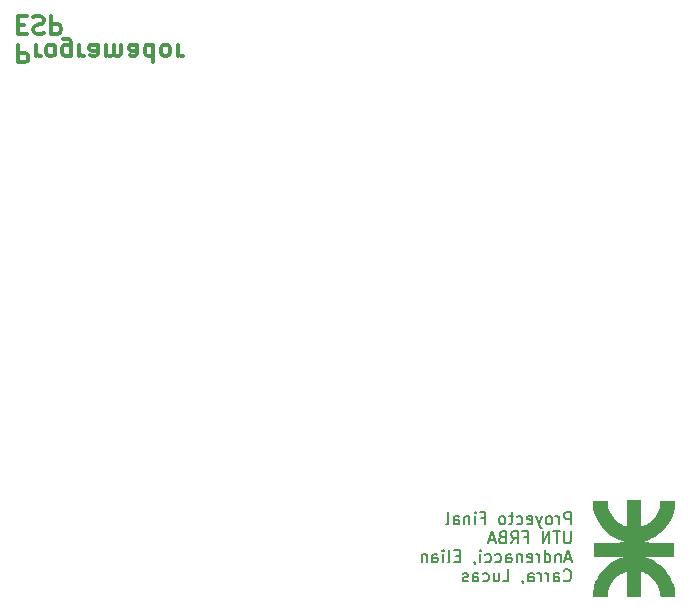
<source format=gbr>
%TF.GenerationSoftware,KiCad,Pcbnew,9.0.3*%
%TF.CreationDate,2025-08-30T18:08:08-03:00*%
%TF.ProjectId,PCB_Integradora,5043425f-496e-4746-9567-7261646f7261,rev?*%
%TF.SameCoordinates,Original*%
%TF.FileFunction,Legend,Bot*%
%TF.FilePolarity,Positive*%
%FSLAX46Y46*%
G04 Gerber Fmt 4.6, Leading zero omitted, Abs format (unit mm)*
G04 Created by KiCad (PCBNEW 9.0.3) date 2025-08-30 18:08:08*
%MOMM*%
%LPD*%
G01*
G04 APERTURE LIST*
%ADD10C,0.300000*%
%ADD11C,0.150000*%
%ADD12C,0.000000*%
G04 APERTURE END LIST*
D10*
X70264910Y-63093687D02*
X70264910Y-64593687D01*
X70264910Y-64593687D02*
X70836339Y-64593687D01*
X70836339Y-64593687D02*
X70979196Y-64522258D01*
X70979196Y-64522258D02*
X71050625Y-64450830D01*
X71050625Y-64450830D02*
X71122053Y-64307973D01*
X71122053Y-64307973D02*
X71122053Y-64093687D01*
X71122053Y-64093687D02*
X71050625Y-63950830D01*
X71050625Y-63950830D02*
X70979196Y-63879401D01*
X70979196Y-63879401D02*
X70836339Y-63807973D01*
X70836339Y-63807973D02*
X70264910Y-63807973D01*
X71764910Y-63093687D02*
X71764910Y-64093687D01*
X71764910Y-63807973D02*
X71836339Y-63950830D01*
X71836339Y-63950830D02*
X71907768Y-64022258D01*
X71907768Y-64022258D02*
X72050625Y-64093687D01*
X72050625Y-64093687D02*
X72193482Y-64093687D01*
X72907767Y-63093687D02*
X72764910Y-63165116D01*
X72764910Y-63165116D02*
X72693481Y-63236544D01*
X72693481Y-63236544D02*
X72622053Y-63379401D01*
X72622053Y-63379401D02*
X72622053Y-63807973D01*
X72622053Y-63807973D02*
X72693481Y-63950830D01*
X72693481Y-63950830D02*
X72764910Y-64022258D01*
X72764910Y-64022258D02*
X72907767Y-64093687D01*
X72907767Y-64093687D02*
X73122053Y-64093687D01*
X73122053Y-64093687D02*
X73264910Y-64022258D01*
X73264910Y-64022258D02*
X73336339Y-63950830D01*
X73336339Y-63950830D02*
X73407767Y-63807973D01*
X73407767Y-63807973D02*
X73407767Y-63379401D01*
X73407767Y-63379401D02*
X73336339Y-63236544D01*
X73336339Y-63236544D02*
X73264910Y-63165116D01*
X73264910Y-63165116D02*
X73122053Y-63093687D01*
X73122053Y-63093687D02*
X72907767Y-63093687D01*
X74693482Y-64093687D02*
X74693482Y-62879401D01*
X74693482Y-62879401D02*
X74622053Y-62736544D01*
X74622053Y-62736544D02*
X74550624Y-62665116D01*
X74550624Y-62665116D02*
X74407767Y-62593687D01*
X74407767Y-62593687D02*
X74193482Y-62593687D01*
X74193482Y-62593687D02*
X74050624Y-62665116D01*
X74693482Y-63165116D02*
X74550624Y-63093687D01*
X74550624Y-63093687D02*
X74264910Y-63093687D01*
X74264910Y-63093687D02*
X74122053Y-63165116D01*
X74122053Y-63165116D02*
X74050624Y-63236544D01*
X74050624Y-63236544D02*
X73979196Y-63379401D01*
X73979196Y-63379401D02*
X73979196Y-63807973D01*
X73979196Y-63807973D02*
X74050624Y-63950830D01*
X74050624Y-63950830D02*
X74122053Y-64022258D01*
X74122053Y-64022258D02*
X74264910Y-64093687D01*
X74264910Y-64093687D02*
X74550624Y-64093687D01*
X74550624Y-64093687D02*
X74693482Y-64022258D01*
X75407767Y-63093687D02*
X75407767Y-64093687D01*
X75407767Y-63807973D02*
X75479196Y-63950830D01*
X75479196Y-63950830D02*
X75550625Y-64022258D01*
X75550625Y-64022258D02*
X75693482Y-64093687D01*
X75693482Y-64093687D02*
X75836339Y-64093687D01*
X76979196Y-63093687D02*
X76979196Y-63879401D01*
X76979196Y-63879401D02*
X76907767Y-64022258D01*
X76907767Y-64022258D02*
X76764910Y-64093687D01*
X76764910Y-64093687D02*
X76479196Y-64093687D01*
X76479196Y-64093687D02*
X76336338Y-64022258D01*
X76979196Y-63165116D02*
X76836338Y-63093687D01*
X76836338Y-63093687D02*
X76479196Y-63093687D01*
X76479196Y-63093687D02*
X76336338Y-63165116D01*
X76336338Y-63165116D02*
X76264910Y-63307973D01*
X76264910Y-63307973D02*
X76264910Y-63450830D01*
X76264910Y-63450830D02*
X76336338Y-63593687D01*
X76336338Y-63593687D02*
X76479196Y-63665116D01*
X76479196Y-63665116D02*
X76836338Y-63665116D01*
X76836338Y-63665116D02*
X76979196Y-63736544D01*
X77693481Y-63093687D02*
X77693481Y-64093687D01*
X77693481Y-63950830D02*
X77764910Y-64022258D01*
X77764910Y-64022258D02*
X77907767Y-64093687D01*
X77907767Y-64093687D02*
X78122053Y-64093687D01*
X78122053Y-64093687D02*
X78264910Y-64022258D01*
X78264910Y-64022258D02*
X78336339Y-63879401D01*
X78336339Y-63879401D02*
X78336339Y-63093687D01*
X78336339Y-63879401D02*
X78407767Y-64022258D01*
X78407767Y-64022258D02*
X78550624Y-64093687D01*
X78550624Y-64093687D02*
X78764910Y-64093687D01*
X78764910Y-64093687D02*
X78907767Y-64022258D01*
X78907767Y-64022258D02*
X78979196Y-63879401D01*
X78979196Y-63879401D02*
X78979196Y-63093687D01*
X80336339Y-63093687D02*
X80336339Y-63879401D01*
X80336339Y-63879401D02*
X80264910Y-64022258D01*
X80264910Y-64022258D02*
X80122053Y-64093687D01*
X80122053Y-64093687D02*
X79836339Y-64093687D01*
X79836339Y-64093687D02*
X79693481Y-64022258D01*
X80336339Y-63165116D02*
X80193481Y-63093687D01*
X80193481Y-63093687D02*
X79836339Y-63093687D01*
X79836339Y-63093687D02*
X79693481Y-63165116D01*
X79693481Y-63165116D02*
X79622053Y-63307973D01*
X79622053Y-63307973D02*
X79622053Y-63450830D01*
X79622053Y-63450830D02*
X79693481Y-63593687D01*
X79693481Y-63593687D02*
X79836339Y-63665116D01*
X79836339Y-63665116D02*
X80193481Y-63665116D01*
X80193481Y-63665116D02*
X80336339Y-63736544D01*
X81693482Y-63093687D02*
X81693482Y-64593687D01*
X81693482Y-63165116D02*
X81550624Y-63093687D01*
X81550624Y-63093687D02*
X81264910Y-63093687D01*
X81264910Y-63093687D02*
X81122053Y-63165116D01*
X81122053Y-63165116D02*
X81050624Y-63236544D01*
X81050624Y-63236544D02*
X80979196Y-63379401D01*
X80979196Y-63379401D02*
X80979196Y-63807973D01*
X80979196Y-63807973D02*
X81050624Y-63950830D01*
X81050624Y-63950830D02*
X81122053Y-64022258D01*
X81122053Y-64022258D02*
X81264910Y-64093687D01*
X81264910Y-64093687D02*
X81550624Y-64093687D01*
X81550624Y-64093687D02*
X81693482Y-64022258D01*
X82622053Y-63093687D02*
X82479196Y-63165116D01*
X82479196Y-63165116D02*
X82407767Y-63236544D01*
X82407767Y-63236544D02*
X82336339Y-63379401D01*
X82336339Y-63379401D02*
X82336339Y-63807973D01*
X82336339Y-63807973D02*
X82407767Y-63950830D01*
X82407767Y-63950830D02*
X82479196Y-64022258D01*
X82479196Y-64022258D02*
X82622053Y-64093687D01*
X82622053Y-64093687D02*
X82836339Y-64093687D01*
X82836339Y-64093687D02*
X82979196Y-64022258D01*
X82979196Y-64022258D02*
X83050625Y-63950830D01*
X83050625Y-63950830D02*
X83122053Y-63807973D01*
X83122053Y-63807973D02*
X83122053Y-63379401D01*
X83122053Y-63379401D02*
X83050625Y-63236544D01*
X83050625Y-63236544D02*
X82979196Y-63165116D01*
X82979196Y-63165116D02*
X82836339Y-63093687D01*
X82836339Y-63093687D02*
X82622053Y-63093687D01*
X83764910Y-63093687D02*
X83764910Y-64093687D01*
X83764910Y-63807973D02*
X83836339Y-63950830D01*
X83836339Y-63950830D02*
X83907768Y-64022258D01*
X83907768Y-64022258D02*
X84050625Y-64093687D01*
X84050625Y-64093687D02*
X84193482Y-64093687D01*
X70264910Y-61464485D02*
X70764910Y-61464485D01*
X70979196Y-60678771D02*
X70264910Y-60678771D01*
X70264910Y-60678771D02*
X70264910Y-62178771D01*
X70264910Y-62178771D02*
X70979196Y-62178771D01*
X71550625Y-60750200D02*
X71764911Y-60678771D01*
X71764911Y-60678771D02*
X72122053Y-60678771D01*
X72122053Y-60678771D02*
X72264911Y-60750200D01*
X72264911Y-60750200D02*
X72336339Y-60821628D01*
X72336339Y-60821628D02*
X72407768Y-60964485D01*
X72407768Y-60964485D02*
X72407768Y-61107342D01*
X72407768Y-61107342D02*
X72336339Y-61250200D01*
X72336339Y-61250200D02*
X72264911Y-61321628D01*
X72264911Y-61321628D02*
X72122053Y-61393057D01*
X72122053Y-61393057D02*
X71836339Y-61464485D01*
X71836339Y-61464485D02*
X71693482Y-61535914D01*
X71693482Y-61535914D02*
X71622053Y-61607342D01*
X71622053Y-61607342D02*
X71550625Y-61750200D01*
X71550625Y-61750200D02*
X71550625Y-61893057D01*
X71550625Y-61893057D02*
X71622053Y-62035914D01*
X71622053Y-62035914D02*
X71693482Y-62107342D01*
X71693482Y-62107342D02*
X71836339Y-62178771D01*
X71836339Y-62178771D02*
X72193482Y-62178771D01*
X72193482Y-62178771D02*
X72407768Y-62107342D01*
X73050624Y-60678771D02*
X73050624Y-62178771D01*
X73050624Y-62178771D02*
X73622053Y-62178771D01*
X73622053Y-62178771D02*
X73764910Y-62107342D01*
X73764910Y-62107342D02*
X73836339Y-62035914D01*
X73836339Y-62035914D02*
X73907767Y-61893057D01*
X73907767Y-61893057D02*
X73907767Y-61678771D01*
X73907767Y-61678771D02*
X73836339Y-61535914D01*
X73836339Y-61535914D02*
X73764910Y-61464485D01*
X73764910Y-61464485D02*
X73622053Y-61393057D01*
X73622053Y-61393057D02*
X73050624Y-61393057D01*
D11*
X117036620Y-103701187D02*
X117036620Y-102701187D01*
X117036620Y-102701187D02*
X116655668Y-102701187D01*
X116655668Y-102701187D02*
X116560430Y-102748806D01*
X116560430Y-102748806D02*
X116512811Y-102796425D01*
X116512811Y-102796425D02*
X116465192Y-102891663D01*
X116465192Y-102891663D02*
X116465192Y-103034520D01*
X116465192Y-103034520D02*
X116512811Y-103129758D01*
X116512811Y-103129758D02*
X116560430Y-103177377D01*
X116560430Y-103177377D02*
X116655668Y-103224996D01*
X116655668Y-103224996D02*
X117036620Y-103224996D01*
X116036620Y-103701187D02*
X116036620Y-103034520D01*
X116036620Y-103224996D02*
X115989001Y-103129758D01*
X115989001Y-103129758D02*
X115941382Y-103082139D01*
X115941382Y-103082139D02*
X115846144Y-103034520D01*
X115846144Y-103034520D02*
X115750906Y-103034520D01*
X115274715Y-103701187D02*
X115369953Y-103653568D01*
X115369953Y-103653568D02*
X115417572Y-103605948D01*
X115417572Y-103605948D02*
X115465191Y-103510710D01*
X115465191Y-103510710D02*
X115465191Y-103224996D01*
X115465191Y-103224996D02*
X115417572Y-103129758D01*
X115417572Y-103129758D02*
X115369953Y-103082139D01*
X115369953Y-103082139D02*
X115274715Y-103034520D01*
X115274715Y-103034520D02*
X115131858Y-103034520D01*
X115131858Y-103034520D02*
X115036620Y-103082139D01*
X115036620Y-103082139D02*
X114989001Y-103129758D01*
X114989001Y-103129758D02*
X114941382Y-103224996D01*
X114941382Y-103224996D02*
X114941382Y-103510710D01*
X114941382Y-103510710D02*
X114989001Y-103605948D01*
X114989001Y-103605948D02*
X115036620Y-103653568D01*
X115036620Y-103653568D02*
X115131858Y-103701187D01*
X115131858Y-103701187D02*
X115274715Y-103701187D01*
X114608048Y-103034520D02*
X114369953Y-103701187D01*
X114131858Y-103034520D02*
X114369953Y-103701187D01*
X114369953Y-103701187D02*
X114465191Y-103939282D01*
X114465191Y-103939282D02*
X114512810Y-103986901D01*
X114512810Y-103986901D02*
X114608048Y-104034520D01*
X113369953Y-103653568D02*
X113465191Y-103701187D01*
X113465191Y-103701187D02*
X113655667Y-103701187D01*
X113655667Y-103701187D02*
X113750905Y-103653568D01*
X113750905Y-103653568D02*
X113798524Y-103558329D01*
X113798524Y-103558329D02*
X113798524Y-103177377D01*
X113798524Y-103177377D02*
X113750905Y-103082139D01*
X113750905Y-103082139D02*
X113655667Y-103034520D01*
X113655667Y-103034520D02*
X113465191Y-103034520D01*
X113465191Y-103034520D02*
X113369953Y-103082139D01*
X113369953Y-103082139D02*
X113322334Y-103177377D01*
X113322334Y-103177377D02*
X113322334Y-103272615D01*
X113322334Y-103272615D02*
X113798524Y-103367853D01*
X112465191Y-103653568D02*
X112560429Y-103701187D01*
X112560429Y-103701187D02*
X112750905Y-103701187D01*
X112750905Y-103701187D02*
X112846143Y-103653568D01*
X112846143Y-103653568D02*
X112893762Y-103605948D01*
X112893762Y-103605948D02*
X112941381Y-103510710D01*
X112941381Y-103510710D02*
X112941381Y-103224996D01*
X112941381Y-103224996D02*
X112893762Y-103129758D01*
X112893762Y-103129758D02*
X112846143Y-103082139D01*
X112846143Y-103082139D02*
X112750905Y-103034520D01*
X112750905Y-103034520D02*
X112560429Y-103034520D01*
X112560429Y-103034520D02*
X112465191Y-103082139D01*
X112179476Y-103034520D02*
X111798524Y-103034520D01*
X112036619Y-102701187D02*
X112036619Y-103558329D01*
X112036619Y-103558329D02*
X111989000Y-103653568D01*
X111989000Y-103653568D02*
X111893762Y-103701187D01*
X111893762Y-103701187D02*
X111798524Y-103701187D01*
X111322333Y-103701187D02*
X111417571Y-103653568D01*
X111417571Y-103653568D02*
X111465190Y-103605948D01*
X111465190Y-103605948D02*
X111512809Y-103510710D01*
X111512809Y-103510710D02*
X111512809Y-103224996D01*
X111512809Y-103224996D02*
X111465190Y-103129758D01*
X111465190Y-103129758D02*
X111417571Y-103082139D01*
X111417571Y-103082139D02*
X111322333Y-103034520D01*
X111322333Y-103034520D02*
X111179476Y-103034520D01*
X111179476Y-103034520D02*
X111084238Y-103082139D01*
X111084238Y-103082139D02*
X111036619Y-103129758D01*
X111036619Y-103129758D02*
X110989000Y-103224996D01*
X110989000Y-103224996D02*
X110989000Y-103510710D01*
X110989000Y-103510710D02*
X111036619Y-103605948D01*
X111036619Y-103605948D02*
X111084238Y-103653568D01*
X111084238Y-103653568D02*
X111179476Y-103701187D01*
X111179476Y-103701187D02*
X111322333Y-103701187D01*
X109465190Y-103177377D02*
X109798523Y-103177377D01*
X109798523Y-103701187D02*
X109798523Y-102701187D01*
X109798523Y-102701187D02*
X109322333Y-102701187D01*
X108941380Y-103701187D02*
X108941380Y-103034520D01*
X108941380Y-102701187D02*
X108988999Y-102748806D01*
X108988999Y-102748806D02*
X108941380Y-102796425D01*
X108941380Y-102796425D02*
X108893761Y-102748806D01*
X108893761Y-102748806D02*
X108941380Y-102701187D01*
X108941380Y-102701187D02*
X108941380Y-102796425D01*
X108465190Y-103034520D02*
X108465190Y-103701187D01*
X108465190Y-103129758D02*
X108417571Y-103082139D01*
X108417571Y-103082139D02*
X108322333Y-103034520D01*
X108322333Y-103034520D02*
X108179476Y-103034520D01*
X108179476Y-103034520D02*
X108084238Y-103082139D01*
X108084238Y-103082139D02*
X108036619Y-103177377D01*
X108036619Y-103177377D02*
X108036619Y-103701187D01*
X107131857Y-103701187D02*
X107131857Y-103177377D01*
X107131857Y-103177377D02*
X107179476Y-103082139D01*
X107179476Y-103082139D02*
X107274714Y-103034520D01*
X107274714Y-103034520D02*
X107465190Y-103034520D01*
X107465190Y-103034520D02*
X107560428Y-103082139D01*
X107131857Y-103653568D02*
X107227095Y-103701187D01*
X107227095Y-103701187D02*
X107465190Y-103701187D01*
X107465190Y-103701187D02*
X107560428Y-103653568D01*
X107560428Y-103653568D02*
X107608047Y-103558329D01*
X107608047Y-103558329D02*
X107608047Y-103463091D01*
X107608047Y-103463091D02*
X107560428Y-103367853D01*
X107560428Y-103367853D02*
X107465190Y-103320234D01*
X107465190Y-103320234D02*
X107227095Y-103320234D01*
X107227095Y-103320234D02*
X107131857Y-103272615D01*
X106512809Y-103701187D02*
X106608047Y-103653568D01*
X106608047Y-103653568D02*
X106655666Y-103558329D01*
X106655666Y-103558329D02*
X106655666Y-102701187D01*
X117036620Y-104311131D02*
X117036620Y-105120654D01*
X117036620Y-105120654D02*
X116989001Y-105215892D01*
X116989001Y-105215892D02*
X116941382Y-105263512D01*
X116941382Y-105263512D02*
X116846144Y-105311131D01*
X116846144Y-105311131D02*
X116655668Y-105311131D01*
X116655668Y-105311131D02*
X116560430Y-105263512D01*
X116560430Y-105263512D02*
X116512811Y-105215892D01*
X116512811Y-105215892D02*
X116465192Y-105120654D01*
X116465192Y-105120654D02*
X116465192Y-104311131D01*
X116131858Y-104311131D02*
X115560430Y-104311131D01*
X115846144Y-105311131D02*
X115846144Y-104311131D01*
X115227096Y-105311131D02*
X115227096Y-104311131D01*
X115227096Y-104311131D02*
X114655668Y-105311131D01*
X114655668Y-105311131D02*
X114655668Y-104311131D01*
X113084239Y-104787321D02*
X113417572Y-104787321D01*
X113417572Y-105311131D02*
X113417572Y-104311131D01*
X113417572Y-104311131D02*
X112941382Y-104311131D01*
X111989001Y-105311131D02*
X112322334Y-104834940D01*
X112560429Y-105311131D02*
X112560429Y-104311131D01*
X112560429Y-104311131D02*
X112179477Y-104311131D01*
X112179477Y-104311131D02*
X112084239Y-104358750D01*
X112084239Y-104358750D02*
X112036620Y-104406369D01*
X112036620Y-104406369D02*
X111989001Y-104501607D01*
X111989001Y-104501607D02*
X111989001Y-104644464D01*
X111989001Y-104644464D02*
X112036620Y-104739702D01*
X112036620Y-104739702D02*
X112084239Y-104787321D01*
X112084239Y-104787321D02*
X112179477Y-104834940D01*
X112179477Y-104834940D02*
X112560429Y-104834940D01*
X111227096Y-104787321D02*
X111084239Y-104834940D01*
X111084239Y-104834940D02*
X111036620Y-104882559D01*
X111036620Y-104882559D02*
X110989001Y-104977797D01*
X110989001Y-104977797D02*
X110989001Y-105120654D01*
X110989001Y-105120654D02*
X111036620Y-105215892D01*
X111036620Y-105215892D02*
X111084239Y-105263512D01*
X111084239Y-105263512D02*
X111179477Y-105311131D01*
X111179477Y-105311131D02*
X111560429Y-105311131D01*
X111560429Y-105311131D02*
X111560429Y-104311131D01*
X111560429Y-104311131D02*
X111227096Y-104311131D01*
X111227096Y-104311131D02*
X111131858Y-104358750D01*
X111131858Y-104358750D02*
X111084239Y-104406369D01*
X111084239Y-104406369D02*
X111036620Y-104501607D01*
X111036620Y-104501607D02*
X111036620Y-104596845D01*
X111036620Y-104596845D02*
X111084239Y-104692083D01*
X111084239Y-104692083D02*
X111131858Y-104739702D01*
X111131858Y-104739702D02*
X111227096Y-104787321D01*
X111227096Y-104787321D02*
X111560429Y-104787321D01*
X110608048Y-105025416D02*
X110131858Y-105025416D01*
X110703286Y-105311131D02*
X110369953Y-104311131D01*
X110369953Y-104311131D02*
X110036620Y-105311131D01*
X117084239Y-106635360D02*
X116608049Y-106635360D01*
X117179477Y-106921075D02*
X116846144Y-105921075D01*
X116846144Y-105921075D02*
X116512811Y-106921075D01*
X116179477Y-106254408D02*
X116179477Y-106921075D01*
X116179477Y-106349646D02*
X116131858Y-106302027D01*
X116131858Y-106302027D02*
X116036620Y-106254408D01*
X116036620Y-106254408D02*
X115893763Y-106254408D01*
X115893763Y-106254408D02*
X115798525Y-106302027D01*
X115798525Y-106302027D02*
X115750906Y-106397265D01*
X115750906Y-106397265D02*
X115750906Y-106921075D01*
X114846144Y-106921075D02*
X114846144Y-105921075D01*
X114846144Y-106873456D02*
X114941382Y-106921075D01*
X114941382Y-106921075D02*
X115131858Y-106921075D01*
X115131858Y-106921075D02*
X115227096Y-106873456D01*
X115227096Y-106873456D02*
X115274715Y-106825836D01*
X115274715Y-106825836D02*
X115322334Y-106730598D01*
X115322334Y-106730598D02*
X115322334Y-106444884D01*
X115322334Y-106444884D02*
X115274715Y-106349646D01*
X115274715Y-106349646D02*
X115227096Y-106302027D01*
X115227096Y-106302027D02*
X115131858Y-106254408D01*
X115131858Y-106254408D02*
X114941382Y-106254408D01*
X114941382Y-106254408D02*
X114846144Y-106302027D01*
X114369953Y-106921075D02*
X114369953Y-106254408D01*
X114369953Y-106444884D02*
X114322334Y-106349646D01*
X114322334Y-106349646D02*
X114274715Y-106302027D01*
X114274715Y-106302027D02*
X114179477Y-106254408D01*
X114179477Y-106254408D02*
X114084239Y-106254408D01*
X113369953Y-106873456D02*
X113465191Y-106921075D01*
X113465191Y-106921075D02*
X113655667Y-106921075D01*
X113655667Y-106921075D02*
X113750905Y-106873456D01*
X113750905Y-106873456D02*
X113798524Y-106778217D01*
X113798524Y-106778217D02*
X113798524Y-106397265D01*
X113798524Y-106397265D02*
X113750905Y-106302027D01*
X113750905Y-106302027D02*
X113655667Y-106254408D01*
X113655667Y-106254408D02*
X113465191Y-106254408D01*
X113465191Y-106254408D02*
X113369953Y-106302027D01*
X113369953Y-106302027D02*
X113322334Y-106397265D01*
X113322334Y-106397265D02*
X113322334Y-106492503D01*
X113322334Y-106492503D02*
X113798524Y-106587741D01*
X112893762Y-106254408D02*
X112893762Y-106921075D01*
X112893762Y-106349646D02*
X112846143Y-106302027D01*
X112846143Y-106302027D02*
X112750905Y-106254408D01*
X112750905Y-106254408D02*
X112608048Y-106254408D01*
X112608048Y-106254408D02*
X112512810Y-106302027D01*
X112512810Y-106302027D02*
X112465191Y-106397265D01*
X112465191Y-106397265D02*
X112465191Y-106921075D01*
X111560429Y-106921075D02*
X111560429Y-106397265D01*
X111560429Y-106397265D02*
X111608048Y-106302027D01*
X111608048Y-106302027D02*
X111703286Y-106254408D01*
X111703286Y-106254408D02*
X111893762Y-106254408D01*
X111893762Y-106254408D02*
X111989000Y-106302027D01*
X111560429Y-106873456D02*
X111655667Y-106921075D01*
X111655667Y-106921075D02*
X111893762Y-106921075D01*
X111893762Y-106921075D02*
X111989000Y-106873456D01*
X111989000Y-106873456D02*
X112036619Y-106778217D01*
X112036619Y-106778217D02*
X112036619Y-106682979D01*
X112036619Y-106682979D02*
X111989000Y-106587741D01*
X111989000Y-106587741D02*
X111893762Y-106540122D01*
X111893762Y-106540122D02*
X111655667Y-106540122D01*
X111655667Y-106540122D02*
X111560429Y-106492503D01*
X110655667Y-106873456D02*
X110750905Y-106921075D01*
X110750905Y-106921075D02*
X110941381Y-106921075D01*
X110941381Y-106921075D02*
X111036619Y-106873456D01*
X111036619Y-106873456D02*
X111084238Y-106825836D01*
X111084238Y-106825836D02*
X111131857Y-106730598D01*
X111131857Y-106730598D02*
X111131857Y-106444884D01*
X111131857Y-106444884D02*
X111084238Y-106349646D01*
X111084238Y-106349646D02*
X111036619Y-106302027D01*
X111036619Y-106302027D02*
X110941381Y-106254408D01*
X110941381Y-106254408D02*
X110750905Y-106254408D01*
X110750905Y-106254408D02*
X110655667Y-106302027D01*
X109798524Y-106873456D02*
X109893762Y-106921075D01*
X109893762Y-106921075D02*
X110084238Y-106921075D01*
X110084238Y-106921075D02*
X110179476Y-106873456D01*
X110179476Y-106873456D02*
X110227095Y-106825836D01*
X110227095Y-106825836D02*
X110274714Y-106730598D01*
X110274714Y-106730598D02*
X110274714Y-106444884D01*
X110274714Y-106444884D02*
X110227095Y-106349646D01*
X110227095Y-106349646D02*
X110179476Y-106302027D01*
X110179476Y-106302027D02*
X110084238Y-106254408D01*
X110084238Y-106254408D02*
X109893762Y-106254408D01*
X109893762Y-106254408D02*
X109798524Y-106302027D01*
X109369952Y-106921075D02*
X109369952Y-106254408D01*
X109369952Y-105921075D02*
X109417571Y-105968694D01*
X109417571Y-105968694D02*
X109369952Y-106016313D01*
X109369952Y-106016313D02*
X109322333Y-105968694D01*
X109322333Y-105968694D02*
X109369952Y-105921075D01*
X109369952Y-105921075D02*
X109369952Y-106016313D01*
X108846143Y-106873456D02*
X108846143Y-106921075D01*
X108846143Y-106921075D02*
X108893762Y-107016313D01*
X108893762Y-107016313D02*
X108941381Y-107063932D01*
X107655667Y-106397265D02*
X107322334Y-106397265D01*
X107179477Y-106921075D02*
X107655667Y-106921075D01*
X107655667Y-106921075D02*
X107655667Y-105921075D01*
X107655667Y-105921075D02*
X107179477Y-105921075D01*
X106608048Y-106921075D02*
X106703286Y-106873456D01*
X106703286Y-106873456D02*
X106750905Y-106778217D01*
X106750905Y-106778217D02*
X106750905Y-105921075D01*
X106227095Y-106921075D02*
X106227095Y-106254408D01*
X106227095Y-105921075D02*
X106274714Y-105968694D01*
X106274714Y-105968694D02*
X106227095Y-106016313D01*
X106227095Y-106016313D02*
X106179476Y-105968694D01*
X106179476Y-105968694D02*
X106227095Y-105921075D01*
X106227095Y-105921075D02*
X106227095Y-106016313D01*
X105322334Y-106921075D02*
X105322334Y-106397265D01*
X105322334Y-106397265D02*
X105369953Y-106302027D01*
X105369953Y-106302027D02*
X105465191Y-106254408D01*
X105465191Y-106254408D02*
X105655667Y-106254408D01*
X105655667Y-106254408D02*
X105750905Y-106302027D01*
X105322334Y-106873456D02*
X105417572Y-106921075D01*
X105417572Y-106921075D02*
X105655667Y-106921075D01*
X105655667Y-106921075D02*
X105750905Y-106873456D01*
X105750905Y-106873456D02*
X105798524Y-106778217D01*
X105798524Y-106778217D02*
X105798524Y-106682979D01*
X105798524Y-106682979D02*
X105750905Y-106587741D01*
X105750905Y-106587741D02*
X105655667Y-106540122D01*
X105655667Y-106540122D02*
X105417572Y-106540122D01*
X105417572Y-106540122D02*
X105322334Y-106492503D01*
X104846143Y-106254408D02*
X104846143Y-106921075D01*
X104846143Y-106349646D02*
X104798524Y-106302027D01*
X104798524Y-106302027D02*
X104703286Y-106254408D01*
X104703286Y-106254408D02*
X104560429Y-106254408D01*
X104560429Y-106254408D02*
X104465191Y-106302027D01*
X104465191Y-106302027D02*
X104417572Y-106397265D01*
X104417572Y-106397265D02*
X104417572Y-106921075D01*
X116465192Y-108435780D02*
X116512811Y-108483400D01*
X116512811Y-108483400D02*
X116655668Y-108531019D01*
X116655668Y-108531019D02*
X116750906Y-108531019D01*
X116750906Y-108531019D02*
X116893763Y-108483400D01*
X116893763Y-108483400D02*
X116989001Y-108388161D01*
X116989001Y-108388161D02*
X117036620Y-108292923D01*
X117036620Y-108292923D02*
X117084239Y-108102447D01*
X117084239Y-108102447D02*
X117084239Y-107959590D01*
X117084239Y-107959590D02*
X117036620Y-107769114D01*
X117036620Y-107769114D02*
X116989001Y-107673876D01*
X116989001Y-107673876D02*
X116893763Y-107578638D01*
X116893763Y-107578638D02*
X116750906Y-107531019D01*
X116750906Y-107531019D02*
X116655668Y-107531019D01*
X116655668Y-107531019D02*
X116512811Y-107578638D01*
X116512811Y-107578638D02*
X116465192Y-107626257D01*
X115608049Y-108531019D02*
X115608049Y-108007209D01*
X115608049Y-108007209D02*
X115655668Y-107911971D01*
X115655668Y-107911971D02*
X115750906Y-107864352D01*
X115750906Y-107864352D02*
X115941382Y-107864352D01*
X115941382Y-107864352D02*
X116036620Y-107911971D01*
X115608049Y-108483400D02*
X115703287Y-108531019D01*
X115703287Y-108531019D02*
X115941382Y-108531019D01*
X115941382Y-108531019D02*
X116036620Y-108483400D01*
X116036620Y-108483400D02*
X116084239Y-108388161D01*
X116084239Y-108388161D02*
X116084239Y-108292923D01*
X116084239Y-108292923D02*
X116036620Y-108197685D01*
X116036620Y-108197685D02*
X115941382Y-108150066D01*
X115941382Y-108150066D02*
X115703287Y-108150066D01*
X115703287Y-108150066D02*
X115608049Y-108102447D01*
X115131858Y-108531019D02*
X115131858Y-107864352D01*
X115131858Y-108054828D02*
X115084239Y-107959590D01*
X115084239Y-107959590D02*
X115036620Y-107911971D01*
X115036620Y-107911971D02*
X114941382Y-107864352D01*
X114941382Y-107864352D02*
X114846144Y-107864352D01*
X114512810Y-108531019D02*
X114512810Y-107864352D01*
X114512810Y-108054828D02*
X114465191Y-107959590D01*
X114465191Y-107959590D02*
X114417572Y-107911971D01*
X114417572Y-107911971D02*
X114322334Y-107864352D01*
X114322334Y-107864352D02*
X114227096Y-107864352D01*
X113465191Y-108531019D02*
X113465191Y-108007209D01*
X113465191Y-108007209D02*
X113512810Y-107911971D01*
X113512810Y-107911971D02*
X113608048Y-107864352D01*
X113608048Y-107864352D02*
X113798524Y-107864352D01*
X113798524Y-107864352D02*
X113893762Y-107911971D01*
X113465191Y-108483400D02*
X113560429Y-108531019D01*
X113560429Y-108531019D02*
X113798524Y-108531019D01*
X113798524Y-108531019D02*
X113893762Y-108483400D01*
X113893762Y-108483400D02*
X113941381Y-108388161D01*
X113941381Y-108388161D02*
X113941381Y-108292923D01*
X113941381Y-108292923D02*
X113893762Y-108197685D01*
X113893762Y-108197685D02*
X113798524Y-108150066D01*
X113798524Y-108150066D02*
X113560429Y-108150066D01*
X113560429Y-108150066D02*
X113465191Y-108102447D01*
X112941381Y-108483400D02*
X112941381Y-108531019D01*
X112941381Y-108531019D02*
X112989000Y-108626257D01*
X112989000Y-108626257D02*
X113036619Y-108673876D01*
X111274715Y-108531019D02*
X111750905Y-108531019D01*
X111750905Y-108531019D02*
X111750905Y-107531019D01*
X110512810Y-107864352D02*
X110512810Y-108531019D01*
X110941381Y-107864352D02*
X110941381Y-108388161D01*
X110941381Y-108388161D02*
X110893762Y-108483400D01*
X110893762Y-108483400D02*
X110798524Y-108531019D01*
X110798524Y-108531019D02*
X110655667Y-108531019D01*
X110655667Y-108531019D02*
X110560429Y-108483400D01*
X110560429Y-108483400D02*
X110512810Y-108435780D01*
X109608048Y-108483400D02*
X109703286Y-108531019D01*
X109703286Y-108531019D02*
X109893762Y-108531019D01*
X109893762Y-108531019D02*
X109989000Y-108483400D01*
X109989000Y-108483400D02*
X110036619Y-108435780D01*
X110036619Y-108435780D02*
X110084238Y-108340542D01*
X110084238Y-108340542D02*
X110084238Y-108054828D01*
X110084238Y-108054828D02*
X110036619Y-107959590D01*
X110036619Y-107959590D02*
X109989000Y-107911971D01*
X109989000Y-107911971D02*
X109893762Y-107864352D01*
X109893762Y-107864352D02*
X109703286Y-107864352D01*
X109703286Y-107864352D02*
X109608048Y-107911971D01*
X108750905Y-108531019D02*
X108750905Y-108007209D01*
X108750905Y-108007209D02*
X108798524Y-107911971D01*
X108798524Y-107911971D02*
X108893762Y-107864352D01*
X108893762Y-107864352D02*
X109084238Y-107864352D01*
X109084238Y-107864352D02*
X109179476Y-107911971D01*
X108750905Y-108483400D02*
X108846143Y-108531019D01*
X108846143Y-108531019D02*
X109084238Y-108531019D01*
X109084238Y-108531019D02*
X109179476Y-108483400D01*
X109179476Y-108483400D02*
X109227095Y-108388161D01*
X109227095Y-108388161D02*
X109227095Y-108292923D01*
X109227095Y-108292923D02*
X109179476Y-108197685D01*
X109179476Y-108197685D02*
X109084238Y-108150066D01*
X109084238Y-108150066D02*
X108846143Y-108150066D01*
X108846143Y-108150066D02*
X108750905Y-108102447D01*
X108322333Y-108483400D02*
X108227095Y-108531019D01*
X108227095Y-108531019D02*
X108036619Y-108531019D01*
X108036619Y-108531019D02*
X107941381Y-108483400D01*
X107941381Y-108483400D02*
X107893762Y-108388161D01*
X107893762Y-108388161D02*
X107893762Y-108340542D01*
X107893762Y-108340542D02*
X107941381Y-108245304D01*
X107941381Y-108245304D02*
X108036619Y-108197685D01*
X108036619Y-108197685D02*
X108179476Y-108197685D01*
X108179476Y-108197685D02*
X108274714Y-108150066D01*
X108274714Y-108150066D02*
X108322333Y-108054828D01*
X108322333Y-108054828D02*
X108322333Y-108007209D01*
X108322333Y-108007209D02*
X108274714Y-107911971D01*
X108274714Y-107911971D02*
X108179476Y-107864352D01*
X108179476Y-107864352D02*
X108036619Y-107864352D01*
X108036619Y-107864352D02*
X107941381Y-107911971D01*
D12*
%TO.C,G\u002A\u002A\u002A*%
G36*
X123005509Y-102795900D02*
G01*
X123005653Y-103000437D01*
X123006070Y-103192896D01*
X123006731Y-103369844D01*
X123007612Y-103527846D01*
X123008685Y-103663470D01*
X123009925Y-103773280D01*
X123011304Y-103853844D01*
X123012798Y-103901728D01*
X123014074Y-103914200D01*
X123050119Y-103906149D01*
X123112465Y-103884395D01*
X123192574Y-103852538D01*
X123281909Y-103814176D01*
X123371933Y-103772909D01*
X123454108Y-103732335D01*
X123487233Y-103714726D01*
X123705070Y-103575990D01*
X123912024Y-103406702D01*
X124100394Y-103214403D01*
X124262475Y-103006636D01*
X124346301Y-102873509D01*
X124435613Y-102697281D01*
X124512378Y-102505984D01*
X124573581Y-102309788D01*
X124616207Y-102118859D01*
X124637240Y-101943368D01*
X124638944Y-101886673D01*
X124639200Y-101755394D01*
X125274246Y-101755394D01*
X125909293Y-101755394D01*
X125896293Y-101983013D01*
X125856959Y-102335833D01*
X125780696Y-102681082D01*
X125669165Y-103016078D01*
X125524025Y-103338140D01*
X125346936Y-103644586D01*
X125139559Y-103932733D01*
X124903554Y-104199901D01*
X124640580Y-104443408D01*
X124352299Y-104660571D01*
X124165958Y-104778236D01*
X123926950Y-104905304D01*
X123670634Y-105017144D01*
X123410035Y-105108703D01*
X123158178Y-105174927D01*
X123127063Y-105181351D01*
X123056717Y-105199203D01*
X123014741Y-105218190D01*
X123005509Y-105230878D01*
X123011806Y-105235873D01*
X123032266Y-105240199D01*
X123069241Y-105243899D01*
X123125085Y-105247015D01*
X123202150Y-105249593D01*
X123302790Y-105251673D01*
X123429357Y-105253299D01*
X123584205Y-105254515D01*
X123769685Y-105255364D01*
X123988152Y-105255888D01*
X124241957Y-105256131D01*
X124386366Y-105256160D01*
X125767224Y-105256160D01*
X125767224Y-105868794D01*
X125767224Y-106481428D01*
X124527369Y-106481714D01*
X123287515Y-106482001D01*
X123513433Y-106558025D01*
X123847018Y-106690450D01*
X124166100Y-106857309D01*
X124467296Y-107055924D01*
X124747224Y-107283619D01*
X125002501Y-107537716D01*
X125229745Y-107815539D01*
X125376238Y-108032198D01*
X125527089Y-108303168D01*
X125655702Y-108591264D01*
X125759856Y-108889134D01*
X125837329Y-109189421D01*
X125885899Y-109484770D01*
X125903345Y-109767828D01*
X125903365Y-109777216D01*
X125903365Y-109884950D01*
X125273882Y-109884950D01*
X124644400Y-109884950D01*
X124634011Y-109695325D01*
X124600442Y-109430660D01*
X124530407Y-109169712D01*
X124426335Y-108916583D01*
X124290656Y-108675374D01*
X124125800Y-108450188D01*
X123934196Y-108245126D01*
X123718273Y-108064289D01*
X123632195Y-108004002D01*
X123540281Y-107947456D01*
X123433801Y-107889221D01*
X123322430Y-107833895D01*
X123215843Y-107786082D01*
X123123712Y-107750382D01*
X123061167Y-107732414D01*
X123005509Y-107721283D01*
X123005509Y-108812841D01*
X123005509Y-109904399D01*
X122402599Y-109904399D01*
X121799690Y-109904399D01*
X121799690Y-108813163D01*
X121799690Y-107721928D01*
X121746206Y-107735211D01*
X121665838Y-107760446D01*
X121564444Y-107799897D01*
X121454558Y-107848115D01*
X121348715Y-107899654D01*
X121273841Y-107940509D01*
X121029773Y-108104702D01*
X120813384Y-108296121D01*
X120624401Y-108515061D01*
X120462552Y-108761819D01*
X120388260Y-108902791D01*
X120283526Y-109154163D01*
X120211369Y-109409378D01*
X120173834Y-109660959D01*
X120171467Y-109695325D01*
X120160343Y-109884950D01*
X119531088Y-109884950D01*
X118901834Y-109884950D01*
X118901834Y-109762886D01*
X118906916Y-109636629D01*
X118921153Y-109486002D01*
X118943028Y-109324042D01*
X118971023Y-109163781D01*
X118972273Y-109157467D01*
X119026692Y-108940120D01*
X119104909Y-108706906D01*
X119202270Y-108468477D01*
X119314118Y-108235489D01*
X119435800Y-108018594D01*
X119538188Y-107862286D01*
X119623805Y-107751507D01*
X119733092Y-107625276D01*
X119858413Y-107491229D01*
X119992133Y-107357001D01*
X120126616Y-107230228D01*
X120254227Y-107118545D01*
X120367330Y-107029586D01*
X120379935Y-107020539D01*
X120517817Y-106930512D01*
X120680906Y-106836413D01*
X120857421Y-106744189D01*
X121035576Y-106659783D01*
X121203591Y-106589140D01*
X121313472Y-106549545D01*
X121517683Y-106482725D01*
X120277829Y-106482076D01*
X119037974Y-106481428D01*
X119037974Y-105868794D01*
X119037974Y-105256160D01*
X120418832Y-105256160D01*
X120686358Y-105256086D01*
X120917561Y-105255827D01*
X121115013Y-105255328D01*
X121281289Y-105254536D01*
X121418961Y-105253396D01*
X121530604Y-105251854D01*
X121618791Y-105249855D01*
X121686095Y-105247345D01*
X121735090Y-105244270D01*
X121768349Y-105240575D01*
X121788446Y-105236206D01*
X121797955Y-105231108D01*
X121799690Y-105226987D01*
X121783765Y-105202234D01*
X121765654Y-105197636D01*
X121714475Y-105191124D01*
X121635043Y-105173540D01*
X121535596Y-105147276D01*
X121424374Y-105114724D01*
X121309617Y-105078275D01*
X121199564Y-105040323D01*
X121118985Y-105009905D01*
X120791383Y-104859744D01*
X120483771Y-104678500D01*
X120197958Y-104468649D01*
X119935750Y-104232672D01*
X119698955Y-103973046D01*
X119489380Y-103692250D01*
X119308832Y-103392761D01*
X119159119Y-103077059D01*
X119042047Y-102747622D01*
X118959424Y-102406927D01*
X118913057Y-102057454D01*
X118907789Y-101977553D01*
X118895884Y-101755394D01*
X119530941Y-101755394D01*
X120165999Y-101755394D01*
X120165999Y-101879662D01*
X120173635Y-102005060D01*
X120194753Y-102150742D01*
X120226668Y-102301613D01*
X120265443Y-102438759D01*
X120372343Y-102705543D01*
X120511934Y-102955748D01*
X120681114Y-103186133D01*
X120876780Y-103393460D01*
X121095829Y-103574486D01*
X121335159Y-103725974D01*
X121591667Y-103844683D01*
X121622904Y-103856370D01*
X121695222Y-103882403D01*
X121752527Y-103902354D01*
X121785881Y-103913142D01*
X121790525Y-103914200D01*
X121792201Y-103895323D01*
X121793779Y-103840984D01*
X121795229Y-103754614D01*
X121796523Y-103639648D01*
X121797635Y-103499521D01*
X121798535Y-103337664D01*
X121799195Y-103157514D01*
X121799587Y-102962502D01*
X121799690Y-102795900D01*
X121799690Y-101677600D01*
X122402599Y-101677600D01*
X123005509Y-101677600D01*
X123005509Y-102795900D01*
G37*
%TD*%
M02*

</source>
